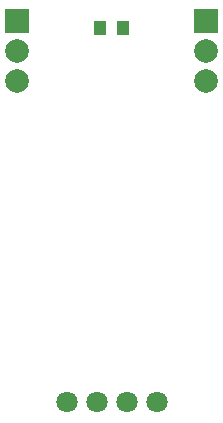
<source format=gbr>
%TF.GenerationSoftware,Altium Limited,Altium Designer,18.1.7 (191)*%
G04 Layer_Color=255*
%FSLAX42Y42*%
%MOMM*%
%TF.FileFunction,Pads,Bot*%
%TF.Part,Single*%
G01*
G75*
%TA.AperFunction,SMDPad,CuDef*%
%ADD11R,1.00X1.25*%
%TA.AperFunction,ComponentPad*%
%ADD15C,1.80*%
%ADD16C,2.00*%
%ADD17R,2.00X2.00*%
D11*
X-100Y4600D02*
D03*
X100D02*
D03*
D15*
X127Y1430D02*
D03*
X-127D02*
D03*
X-381D02*
D03*
X381D02*
D03*
D16*
X-800Y4146D02*
D03*
Y4400D02*
D03*
X800Y4146D02*
D03*
Y4400D02*
D03*
D17*
X-800Y4654D02*
D03*
X800D02*
D03*
%TF.MD5,ac59231bcbf55f9c097b740c8a930c9f*%
M02*

</source>
